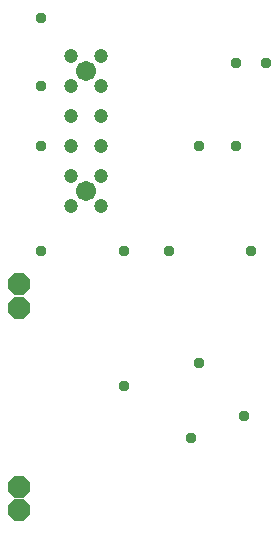
<source format=gbr>
G04 EAGLE Gerber RS-274X export*
G75*
%MOMM*%
%FSLAX34Y34*%
%LPD*%
%INSoldermask Bottom*%
%IPPOS*%
%AMOC8*
5,1,8,0,0,1.08239X$1,22.5*%
G01*
%ADD10C,1.203200*%
%ADD11C,1.703200*%
%ADD12P,2.034460X8X112.500000*%
%ADD13C,0.959600*%


D10*
X101600Y431800D03*
X101600Y406400D03*
X101600Y381000D03*
X101600Y355600D03*
X101600Y330200D03*
X101600Y304800D03*
X127000Y304800D03*
X127000Y330200D03*
X127000Y355600D03*
X127000Y381000D03*
X127000Y406400D03*
X127000Y431800D03*
D11*
X114300Y419100D03*
X114300Y317500D03*
D12*
X57150Y47150D03*
X57150Y67150D03*
X57150Y218600D03*
X57150Y238600D03*
D13*
X146050Y266700D03*
X146050Y152400D03*
X209550Y355600D03*
X209550Y171450D03*
X76200Y355600D03*
X76200Y266700D03*
X184150Y266700D03*
X76200Y406400D03*
X76200Y463550D03*
X203200Y107950D03*
X241300Y425450D03*
X247650Y127000D03*
X266700Y425450D03*
X254000Y266700D03*
X241300Y355600D03*
M02*

</source>
